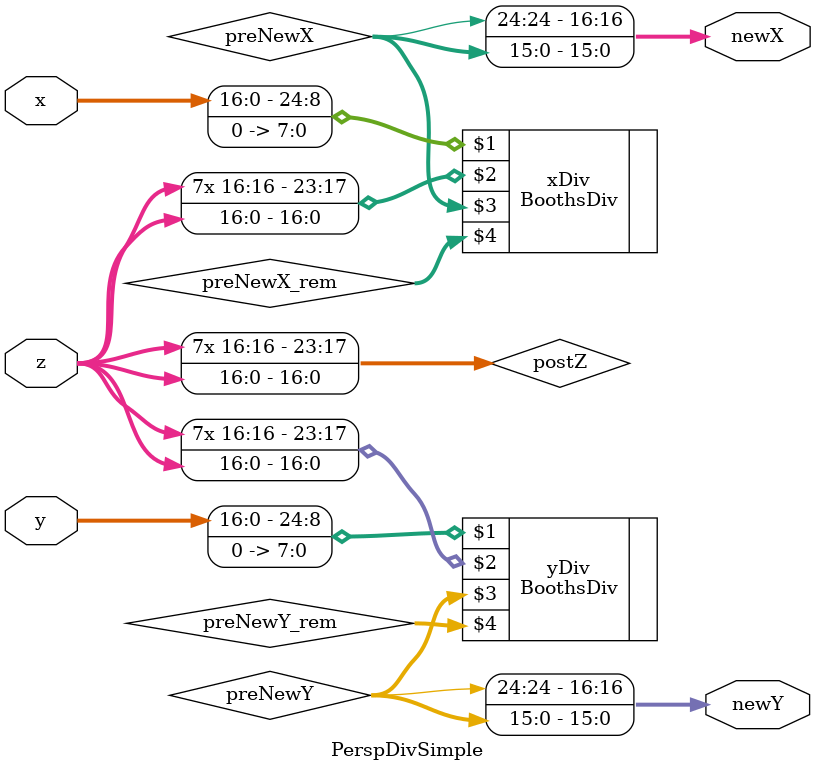
<source format=v>
`timescale 1ns / 1ps
module PerspDivSimple
	#(parameter intBits = 8, parameter decimalBits = 8)
	(	input signed [(intBits + decimalBits):0] x, y, z,
		output signed [(intBits + decimalBits):0] newX, newY);
	
	wire signed [(intBits + decimalBits*2 - 1):0] postZ = {{(decimalBits - 1){z[decimalBits + intBits]}}, z};
	wire signed [(intBits + decimalBits*2):0] preNewX, preNewY;
	wire signed [(intBits + decimalBits*2 - 1):0] preNewX_rem, preNewY_rem;
	
	BoothsDiv #(intBits + decimalBits*2) xDiv({x, {(decimalBits){1'b0}}}, postZ, preNewX, preNewX_rem);
	BoothsDiv #(intBits + decimalBits*2) yDiv({y, {(decimalBits){1'b0}}}, postZ, preNewY, preNewY_rem);
	
	assign newX = {preNewX[(intBits + decimalBits*2)], preNewX[(intBits + decimalBits - 1):0]};
	assign newY = {preNewY[(intBits + decimalBits*2)], preNewY[(intBits + decimalBits - 1):0]};

endmodule

</source>
